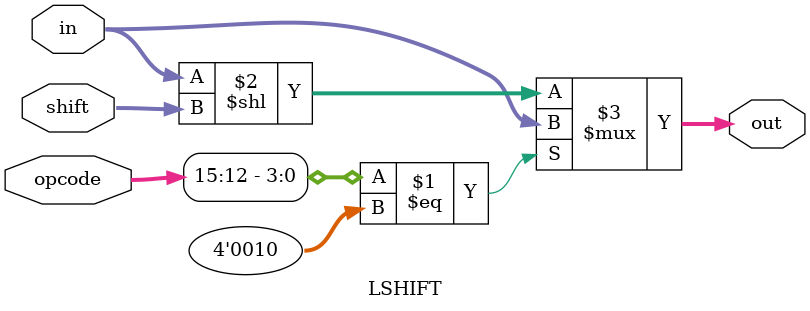
<source format=v>
module LSHIFT(in, out, shift, opcode);

	output [15:0] out;
	input  [15:0] in;
	input  [3:0] shift;
	input [15:0] opcode;
	
	assign out = (opcode[15:12]==4'b0010)?in:(in<<shift);
	
endmodule

</source>
